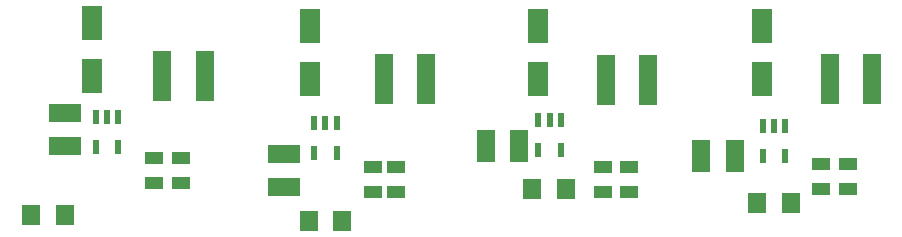
<source format=gbr>
G04 EAGLE Gerber RS-274X export*
G75*
%MOMM*%
%FSLAX34Y34*%
%LPD*%
%INSolderpaste Bottom*%
%IPPOS*%
%AMOC8*
5,1,8,0,0,1.08239X$1,22.5*%
G01*
%ADD10R,1.600000X1.803000*%
%ADD11R,1.500000X4.200000*%
%ADD12R,1.600000X2.700000*%
%ADD13R,0.550000X1.200000*%
%ADD14R,1.500000X1.100000*%
%ADD15R,1.700000X3.000000*%
%ADD16R,2.700000X1.600000*%


D10*
X450405Y334300D03*
X478845Y334300D03*
D11*
X548300Y427000D03*
X512300Y427000D03*
D12*
X438700Y370500D03*
X410700Y370500D03*
D13*
X455500Y393000D03*
X465000Y393000D03*
X474500Y393000D03*
X474500Y367000D03*
X455500Y367000D03*
D14*
X510000Y353000D03*
X510000Y332000D03*
X532500Y332000D03*
X532500Y353000D03*
D15*
X455000Y427500D03*
X455000Y472500D03*
D10*
X25780Y312500D03*
X54220Y312500D03*
D11*
X173000Y430000D03*
X137000Y430000D03*
D16*
X55000Y371000D03*
X55000Y399000D03*
D13*
X80500Y395500D03*
X90000Y395500D03*
X99500Y395500D03*
X99500Y369500D03*
X80500Y369500D03*
D14*
X130000Y360500D03*
X130000Y339500D03*
X152500Y339500D03*
X152500Y360500D03*
D15*
X77500Y430000D03*
X77500Y475000D03*
D10*
X640780Y322500D03*
X669220Y322500D03*
D11*
X738000Y427500D03*
X702000Y427500D03*
D12*
X621500Y362500D03*
X593500Y362500D03*
D13*
X645500Y388000D03*
X655000Y388000D03*
X664500Y388000D03*
X664500Y362000D03*
X645500Y362000D03*
D14*
X695000Y355500D03*
X695000Y334500D03*
X717500Y334500D03*
X717500Y355500D03*
D15*
X645000Y427500D03*
X645000Y472500D03*
D10*
X260780Y307500D03*
X289220Y307500D03*
D11*
X360500Y427500D03*
X324500Y427500D03*
D16*
X240000Y364000D03*
X240000Y336000D03*
D13*
X265500Y390500D03*
X275000Y390500D03*
X284500Y390500D03*
X284500Y364500D03*
X265500Y364500D03*
D14*
X315000Y353000D03*
X315000Y332000D03*
X335000Y332000D03*
X335000Y353000D03*
D15*
X261700Y427500D03*
X261700Y472500D03*
M02*

</source>
